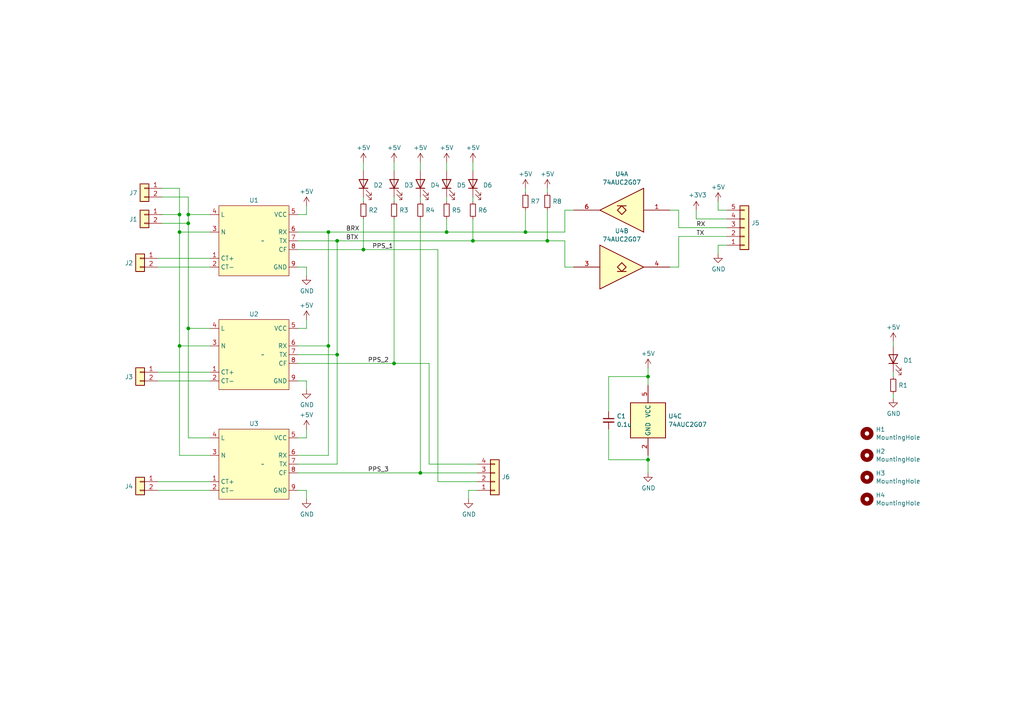
<source format=kicad_sch>
(kicad_sch (version 20230121) (generator eeschema)
  (paper "A4")
  (lib_symbols
    (symbol "74xGxx:74AUC2G07"
      (property "Reference" "U" (at -2.54 3.81 0))
      (property "Value" "74AUC2G07" (at 0 -3.81 0))
      (symbol "74AUC2G07_1_1"
        (polyline (pts (xy -2.54 -1.27) (xy 0 -1.27)) (stroke (width 0.254)) (fill (type background)))
        (polyline (pts (xy -7.62 6.35) (xy -7.62 -6.35) (xy 5.08 0) (xy -7.62 6.35)) (stroke (width 0.254)) (fill (type background)))
        (polyline (pts (xy -1.27 1.27) (xy -2.54 0) (xy -1.27 -1.27) (xy 0 0) (xy -1.27 1.27)) (stroke (width 0.254)) (fill (type background)))
        (pin input line (at -15.24 0 0) (length 7.62) (name "~") (number "1"))
        (pin open_collector line (at 12.7 0 180) (length 7.62) (name "~") (number "6"))
      )
      (symbol "74AUC2G07_2_1"
        (polyline (pts (xy -2.54 -1.27) (xy 0 -1.27)) (stroke (width 0.254)) (fill (type background)))
        (polyline (pts (xy -7.62 6.35) (xy -7.62 -6.35) (xy 5.08 0) (xy -7.62 6.35)) (stroke (width 0.254)) (fill (type background)))
        (polyline (pts (xy -1.27 1.27) (xy -2.54 0) (xy -1.27 -1.27) (xy 0 0) (xy -1.27 1.27)) (stroke (width 0.254)) (fill (type background)))
        (pin input line (at -15.24 0 0) (length 7.62) (name "~") (number "3"))
        (pin open_collector line (at 12.7 0 180) (length 7.62) (name "~") (number "4"))
      )
      (symbol "74AUC2G07_3_0"
        (rectangle (start -5.08 -5.08) (end 5.08 5.08) (stroke (width 0.254)) (fill (type background)))
      )
      (symbol "74AUC2G07_3_1"
        (pin power_in line (at 0 -10.16 90) (length 5.08) (name "GND") (number "2"))
        (pin power_in line (at 0 10.16 270) (length 5.08) (name "VCC") (number "5"))
      )
    )
    (symbol "Connector_Generic:Conn_01x02" (pin_names (offset 1.016) hide)
      (property "Reference" "J" (at 0 2.54 0))
      (property "Value" "Conn_01x02" (at 0 -5.08 0))
      (symbol "Conn_01x02_1_1"
        (rectangle (start -1.27 -2.413) (end 0 -2.667) (stroke (width 0.1524)))
        (rectangle (start -1.27 0.127) (end 0 -0.127) (stroke (width 0.1524)))
        (rectangle (start -1.27 1.27) (end 1.27 -3.81) (stroke (width 0.254)) (fill (type background)))
        (pin passive line (at -5.08 0 0) (length 3.81) (name "Pin_1") (number "1"))
        (pin passive line (at -5.08 -2.54 0) (length 3.81) (name "Pin_2") (number "2"))
      )
    )
    (symbol "Connector_Generic:Conn_01x04" (pin_names (offset 1.016) hide)
      (property "Reference" "J" (at 0 5.08 0))
      (property "Value" "Conn_01x04" (at 0 -7.62 0))
      (symbol "Conn_01x04_1_1"
        (rectangle (start -1.27 -4.953) (end 0 -5.207) (stroke (width 0.1524)))
        (rectangle (start -1.27 -2.413) (end 0 -2.667) (stroke (width 0.1524)))
        (rectangle (start -1.27 0.127) (end 0 -0.127) (stroke (width 0.1524)))
        (rectangle (start -1.27 2.667) (end 0 2.413) (stroke (width 0.1524)))
        (rectangle (start -1.27 3.81) (end 1.27 -6.35) (stroke (width 0.254)) (fill (type background)))
        (pin passive line (at -5.08 2.54 0) (length 3.81) (name "Pin_1") (number "1"))
        (pin passive line (at -5.08 0 0) (length 3.81) (name "Pin_2") (number "2"))
        (pin passive line (at -5.08 -2.54 0) (length 3.81) (name "Pin_3") (number "3"))
        (pin passive line (at -5.08 -5.08 0) (length 3.81) (name "Pin_4") (number "4"))
      )
    )
    (symbol "Connector_Generic:Conn_01x05" (pin_names (offset 1.016) hide)
      (property "Reference" "J" (at 0 7.62 0))
      (property "Value" "Conn_01x05" (at 0 -7.62 0))
      (symbol "Conn_01x05_1_1"
        (rectangle (start -1.27 -4.953) (end 0 -5.207) (stroke (width 0.1524)))
        (rectangle (start -1.27 -2.413) (end 0 -2.667) (stroke (width 0.1524)))
        (rectangle (start -1.27 0.127) (end 0 -0.127) (stroke (width 0.1524)))
        (rectangle (start -1.27 2.667) (end 0 2.413) (stroke (width 0.1524)))
        (rectangle (start -1.27 5.207) (end 0 4.953) (stroke (width 0.1524)))
        (rectangle (start -1.27 6.35) (end 1.27 -6.35) (stroke (width 0.254)) (fill (type background)))
        (pin passive line (at -5.08 5.08 0) (length 3.81) (name "Pin_1") (number "1"))
        (pin passive line (at -5.08 2.54 0) (length 3.81) (name "Pin_2") (number "2"))
        (pin passive line (at -5.08 0 0) (length 3.81) (name "Pin_3") (number "3"))
        (pin passive line (at -5.08 -2.54 0) (length 3.81) (name "Pin_4") (number "4"))
        (pin passive line (at -5.08 -5.08 0) (length 3.81) (name "Pin_5") (number "5"))
      )
    )
    (symbol "Device:C_Small" (pin_numbers hide) (pin_names (offset 0.254) hide)
      (property "Reference" "C" (at 0.254 1.778 0))
      (property "Value" "C_Small" (at 0.254 -2.032 0))
      (symbol "C_Small_0_1"
        (polyline (pts (xy -1.524 -0.508) (xy 1.524 -0.508)) (stroke (width 0.3302)))
        (polyline (pts (xy -1.524 0.508) (xy 1.524 0.508)) (stroke (width 0.3048)))
      )
      (symbol "C_Small_1_1"
        (pin passive line (at 0 2.54 270) (length 2.032) (name "~") (number "1"))
        (pin passive line (at 0 -2.54 90) (length 2.032) (name "~") (number "2"))
      )
    )
    (symbol "Device:LED" (pin_numbers hide) (pin_names (offset 1.016) hide)
      (property "Reference" "D" (at 0 2.54 0))
      (property "Value" "LED" (at 0 -2.54 0))
      (symbol "LED_0_1"
        (polyline (pts (xy -1.27 -1.27) (xy -1.27 1.27)) (stroke (width 0.254)))
        (polyline (pts (xy -1.27 0) (xy 1.27 0)))
        (polyline (pts (xy 1.27 -1.27) (xy 1.27 1.27) (xy -1.27 0) (xy 1.27 -1.27)) (stroke (width 0.254)))
        (polyline (pts (xy -3.048 -0.762) (xy -4.572 -2.286) (xy -3.81 -2.286) (xy -4.572 -2.286) (xy -4.572 -1.524)))
        (polyline (pts (xy -1.778 -0.762) (xy -3.302 -2.286) (xy -2.54 -2.286) (xy -3.302 -2.286) (xy -3.302 -1.524)))
      )
      (symbol "LED_1_1"
        (pin passive line (at -3.81 0 0) (length 2.54) (name "K") (number "1"))
        (pin passive line (at 3.81 0 180) (length 2.54) (name "A") (number "2"))
      )
    )
    (symbol "Device:R_Small" (pin_numbers hide) (pin_names (offset 0.254) hide)
      (property "Reference" "R" (at 0.762 0.508 0))
      (property "Value" "R_Small" (at 0.762 -1.016 0))
      (symbol "R_Small_0_1"
        (rectangle (start -0.762 1.778) (end 0.762 -1.778) (stroke (width 0.2032)))
      )
      (symbol "R_Small_1_1"
        (pin passive line (at 0 2.54 270) (length 0.762) (name "~") (number "1"))
        (pin passive line (at 0 -2.54 90) (length 0.762) (name "~") (number "2"))
      )
    )
    (symbol "Mechanical:MountingHole" (pin_names (offset 1.016))
      (property "Reference" "H" (at 0 5.08 0))
      (property "Value" "MountingHole" (at 0 3.175 0))
      (symbol "MountingHole_0_1"
        (circle (center 0 0) (radius 1.27) (stroke (width 1.27)))
      )
    )
    (symbol "custom:PZEM-004T-100A-D-P"
      (property "Reference" "U" (at -10.16 12.065 0))
      (symbol "PZEM-004T-100A-D-P_1_1"
        (rectangle (start -12.7 10.16) (end 7.62 -10.16) (fill (type background)))
        (pin input line (at -15.24 -5.08 0) (length 2.54) (name "CT+") (number "1"))
        (pin input line (at -15.24 -7.62 0) (length 2.54) (name "CT-") (number "2"))
        (pin input line (at -15.24 2.54 0) (length 2.54) (name "N") (number "3"))
        (pin input line (at -15.24 7.62 0) (length 2.54) (name "L") (number "4"))
        (pin power_in line (at 10.16 7.62 180) (length 2.54) (name "VCC") (number "5"))
        (pin open_collector line (at 10.16 2.54 180) (length 2.54) (name "RX") (number "6"))
        (pin open_collector line (at 10.16 0 180) (length 2.54) (name "TX") (number "7"))
        (pin open_collector line (at 10.16 -2.54 180) (length 2.54) (name "CF") (number "8"))
        (pin power_in line (at 10.16 -7.62 180) (length 2.54) (name "GND") (number "9"))
      )
    )
    (symbol "power:+3V3" (power) (pin_names (offset 0))
      (property "Value" "+3V3" (at 0 3.556 0))
      (symbol "+3V3_0_1"
        (polyline (pts (xy -0.762 1.27) (xy 0 2.54)))
        (polyline (pts (xy 0 0) (xy 0 2.54)))
        (polyline (pts (xy 0 2.54) (xy 0.762 1.27)))
      )
      (symbol "+3V3_1_1"
        (pin power_in line (at 0 0 90) (length 0) hide (name "+3V3") (number "1"))
      )
    )
    (symbol "power:+5V" (power) (pin_names (offset 0))
      (property "Value" "+5V" (at 0 3.556 0))
      (symbol "+5V_0_1"
        (polyline (pts (xy -0.762 1.27) (xy 0 2.54)))
        (polyline (pts (xy 0 0) (xy 0 2.54)))
        (polyline (pts (xy 0 2.54) (xy 0.762 1.27)))
      )
      (symbol "+5V_1_1"
        (pin power_in line (at 0 0 90) (length 0) hide (name "+5V") (number "1"))
      )
    )
    (symbol "power:GND" (power) (pin_names (offset 0))
      (property "Value" "GND" (at 0 -3.81 0))
      (symbol "GND_0_1"
        (polyline (pts (xy 0 0) (xy 0 -1.27) (xy 1.27 -1.27) (xy 0 -2.54) (xy -1.27 -1.27) (xy 0 -1.27)))
      )
      (symbol "GND_1_1"
        (pin power_in line (at 0 0 270) (length 0) hide (name "GND") (number "1"))
      )
    )
  )
  (junction (at 97.79 102.87))
  (junction (at 137.16 69.85))
  (junction (at 54.61 64.77))
  (junction (at 54.61 62.23))
  (junction (at 105.41 72.39))
  (junction (at 95.25 67.31))
  (junction (at 129.54 67.31))
  (junction (at 54.61 95.25))
  (junction (at 187.96 133.35))
  (junction (at 152.4 67.31))
  (junction (at 52.07 67.31))
  (junction (at 52.07 62.23))
  (junction (at 121.92 137.16))
  (junction (at 95.25 100.33))
  (junction (at 97.79 69.85))
  (junction (at 114.3 105.41))
  (junction (at 187.96 109.22))
  (junction (at 52.07 100.33))
  (junction (at 158.75 69.85))
  (wire (pts (xy 135.89 142.24) (xy 138.43 142.24)))
  (wire (pts (xy 152.4 60.96) (xy 152.4 67.31)))
  (wire (pts (xy 45.72 110.49) (xy 60.96 110.49)))
  (wire (pts (xy 88.9 113.03) (xy 88.9 110.49)))
  (wire (pts (xy 88.9 62.23) (xy 86.36 62.23)))
  (wire (pts (xy 208.28 58.42) (xy 208.28 60.96)))
  (wire (pts (xy 95.25 67.31) (xy 86.36 67.31)))
  (wire (pts (xy 45.72 139.7) (xy 60.96 139.7)))
  (wire (pts (xy 54.61 64.77) (xy 54.61 95.25)))
  (wire (pts (xy 97.79 102.87) (xy 97.79 69.85)))
  (wire (pts (xy 158.75 69.85) (xy 163.83 69.85)))
  (wire (pts (xy 152.4 67.31) (xy 163.83 67.31)))
  (wire (pts (xy 176.53 109.22) (xy 176.53 119.38)))
  (wire (pts (xy 194.31 77.47) (xy 196.85 77.47)))
  (wire (pts (xy 129.54 46.99) (xy 129.54 49.53)))
  (wire (pts (xy 127 72.39) (xy 127 139.7)))
  (wire (pts (xy 176.53 133.35) (xy 187.96 133.35)))
  (wire (pts (xy 97.79 134.62) (xy 97.79 102.87)))
  (wire (pts (xy 201.93 63.5) (xy 210.82 63.5)))
  (wire (pts (xy 129.54 57.15) (xy 129.54 58.42)))
  (wire (pts (xy 60.96 95.25) (xy 54.61 95.25)))
  (wire (pts (xy 88.9 59.69) (xy 88.9 62.23)))
  (wire (pts (xy 45.72 77.47) (xy 60.96 77.47)))
  (wire (pts (xy 88.9 124.46) (xy 88.9 127)))
  (wire (pts (xy 88.9 142.24) (xy 86.36 142.24)))
  (wire (pts (xy 121.92 137.16) (xy 138.43 137.16)))
  (wire (pts (xy 135.89 144.78) (xy 135.89 142.24)))
  (wire (pts (xy 52.07 54.61) (xy 52.07 62.23)))
  (wire (pts (xy 137.16 57.15) (xy 137.16 58.42)))
  (wire (pts (xy 196.85 68.58) (xy 210.82 68.58)))
  (wire (pts (xy 114.3 63.5) (xy 114.3 105.41)))
  (wire (pts (xy 114.3 57.15) (xy 114.3 58.42)))
  (wire (pts (xy 95.25 100.33) (xy 95.25 67.31)))
  (wire (pts (xy 46.99 64.77) (xy 54.61 64.77)))
  (wire (pts (xy 60.96 127) (xy 54.61 127)))
  (wire (pts (xy 259.08 99.06) (xy 259.08 100.33)))
  (wire (pts (xy 88.9 127) (xy 86.36 127)))
  (wire (pts (xy 187.96 133.35) (xy 187.96 137.16)))
  (wire (pts (xy 137.16 69.85) (xy 158.75 69.85)))
  (wire (pts (xy 208.28 73.66) (xy 208.28 71.12)))
  (wire (pts (xy 187.96 109.22) (xy 187.96 111.76)))
  (wire (pts (xy 105.41 57.15) (xy 105.41 58.42)))
  (wire (pts (xy 52.07 100.33) (xy 60.96 100.33)))
  (wire (pts (xy 54.61 62.23) (xy 54.61 64.77)))
  (wire (pts (xy 196.85 66.04) (xy 196.85 60.96)))
  (wire (pts (xy 259.08 107.95) (xy 259.08 109.22)))
  (wire (pts (xy 54.61 95.25) (xy 54.61 127)))
  (wire (pts (xy 88.9 77.47) (xy 86.36 77.47)))
  (wire (pts (xy 196.85 60.96) (xy 194.31 60.96)))
  (wire (pts (xy 88.9 80.01) (xy 88.9 77.47)))
  (wire (pts (xy 121.92 46.99) (xy 121.92 49.53)))
  (wire (pts (xy 45.72 142.24) (xy 60.96 142.24)))
  (wire (pts (xy 86.36 72.39) (xy 105.41 72.39)))
  (wire (pts (xy 114.3 46.99) (xy 114.3 49.53)))
  (wire (pts (xy 152.4 67.31) (xy 129.54 67.31)))
  (wire (pts (xy 86.36 132.08) (xy 95.25 132.08)))
  (wire (pts (xy 105.41 63.5) (xy 105.41 72.39)))
  (wire (pts (xy 187.96 132.08) (xy 187.96 133.35)))
  (wire (pts (xy 127 139.7) (xy 138.43 139.7)))
  (wire (pts (xy 88.9 110.49) (xy 86.36 110.49)))
  (wire (pts (xy 124.46 134.62) (xy 138.43 134.62)))
  (wire (pts (xy 88.9 92.71) (xy 88.9 95.25)))
  (wire (pts (xy 97.79 69.85) (xy 137.16 69.85)))
  (wire (pts (xy 163.83 69.85) (xy 163.83 77.47)))
  (wire (pts (xy 208.28 71.12) (xy 210.82 71.12)))
  (wire (pts (xy 46.99 54.61) (xy 52.07 54.61)))
  (wire (pts (xy 54.61 57.15) (xy 54.61 62.23)))
  (wire (pts (xy 105.41 46.99) (xy 105.41 49.53)))
  (wire (pts (xy 208.28 60.96) (xy 210.82 60.96)))
  (wire (pts (xy 52.07 67.31) (xy 60.96 67.31)))
  (wire (pts (xy 137.16 63.5) (xy 137.16 69.85)))
  (wire (pts (xy 158.75 54.61) (xy 158.75 55.88)))
  (wire (pts (xy 88.9 95.25) (xy 86.36 95.25)))
  (wire (pts (xy 152.4 54.61) (xy 152.4 55.88)))
  (wire (pts (xy 97.79 69.85) (xy 86.36 69.85)))
  (wire (pts (xy 127 72.39) (xy 105.41 72.39)))
  (wire (pts (xy 46.99 62.23) (xy 52.07 62.23)))
  (wire (pts (xy 166.37 60.96) (xy 163.83 60.96)))
  (wire (pts (xy 86.36 100.33) (xy 95.25 100.33)))
  (wire (pts (xy 52.07 132.08) (xy 60.96 132.08)))
  (wire (pts (xy 163.83 60.96) (xy 163.83 67.31)))
  (wire (pts (xy 196.85 77.47) (xy 196.85 68.58)))
  (wire (pts (xy 201.93 60.96) (xy 201.93 63.5)))
  (wire (pts (xy 86.36 134.62) (xy 97.79 134.62)))
  (wire (pts (xy 52.07 62.23) (xy 52.07 67.31)))
  (wire (pts (xy 95.25 132.08) (xy 95.25 100.33)))
  (wire (pts (xy 114.3 105.41) (xy 86.36 105.41)))
  (wire (pts (xy 163.83 77.47) (xy 166.37 77.47)))
  (wire (pts (xy 121.92 137.16) (xy 86.36 137.16)))
  (wire (pts (xy 129.54 63.5) (xy 129.54 67.31)))
  (wire (pts (xy 137.16 46.99) (xy 137.16 49.53)))
  (wire (pts (xy 187.96 106.68) (xy 187.96 109.22)))
  (wire (pts (xy 187.96 109.22) (xy 176.53 109.22)))
  (wire (pts (xy 210.82 66.04) (xy 196.85 66.04)))
  (wire (pts (xy 124.46 105.41) (xy 114.3 105.41)))
  (wire (pts (xy 121.92 57.15) (xy 121.92 58.42)))
  (wire (pts (xy 88.9 144.78) (xy 88.9 142.24)))
  (wire (pts (xy 52.07 100.33) (xy 52.07 132.08)))
  (wire (pts (xy 129.54 67.31) (xy 95.25 67.31)))
  (wire (pts (xy 176.53 124.46) (xy 176.53 133.35)))
  (wire (pts (xy 45.72 74.93) (xy 60.96 74.93)))
  (wire (pts (xy 52.07 67.31) (xy 52.07 100.33)))
  (wire (pts (xy 86.36 102.87) (xy 97.79 102.87)))
  (wire (pts (xy 45.72 107.95) (xy 60.96 107.95)))
  (wire (pts (xy 124.46 105.41) (xy 124.46 134.62)))
  (wire (pts (xy 121.92 63.5) (xy 121.92 137.16)))
  (wire (pts (xy 158.75 60.96) (xy 158.75 69.85)))
  (wire (pts (xy 46.99 57.15) (xy 54.61 57.15)))
  (wire (pts (xy 54.61 62.23) (xy 60.96 62.23)))
  (wire (pts (xy 259.08 114.3) (xy 259.08 115.57)))
  (label "TX" (at 201.93 68.58 0))
  (label "PPS_3" (at 106.68 137.16 0))
  (label "PPS_2" (at 106.68 105.41 0))
  (label "BTX" (at 100.33 69.85 0))
  (label "PPS_1" (at 107.95 72.39 0))
  (label "BRX" (at 100.33 67.31 0))
  (label "RX" (at 201.93 66.04 0))
  (symbol (lib_id "Mechanical:MountingHole") (at 251.46 125.73 0) (unit 1)
    (property "Reference" "H1" (at 254 124.5616 0) (effects (justify left)))
    (property "Value" "MountingHole" (at 254 126.873 0) (effects (justify left)))
    (property "Footprint" "MountingHole:MountingHole_3.2mm_M3_Pad_Via" (effects hide))
  )
  (symbol (lib_id "Mechanical:MountingHole") (at 251.46 132.08 0) (unit 1)
    (property "Reference" "H2" (at 254 130.9116 0) (effects (justify left)))
    (property "Value" "MountingHole" (at 254 133.223 0) (effects (justify left)))
    (property "Footprint" "MountingHole:MountingHole_3.2mm_M3_Pad_Via" (effects hide))
  )
  (symbol (lib_id "Mechanical:MountingHole") (at 251.46 138.43 0) (unit 1)
    (property "Reference" "H3" (at 254 137.2616 0) (effects (justify left)))
    (property "Value" "MountingHole" (at 254 139.573 0) (effects (justify left)))
    (property "Footprint" "MountingHole:MountingHole_3.2mm_M3_Pad_Via" (effects hide))
  )
  (symbol (lib_id "Mechanical:MountingHole") (at 251.46 144.78 0) (unit 1)
    (property "Reference" "H4" (at 254 143.6116 0) (effects (justify left)))
    (property "Value" "MountingHole" (at 254 145.923 0) (effects (justify left)))
    (property "Footprint" "MountingHole:MountingHole_3.2mm_M3_Pad_Via" (effects hide))
  )
  (symbol (lib_id "Device:C_Small") (at 176.53 121.92 0) (unit 1)
    (property "Reference" "C1" (at 178.8541 120.7142 0) (effects (justify left)))
    (property "Value" "0.1u" (at 178.8541 123.1384 0) (effects (justify left)))
    (property "Footprint" "Capacitor_SMD:C_0603_1608Metric" (effects hide))
  )
  (symbol (lib_id "Device:R_Small") (at 259.08 111.76 0) (unit 1)
    (property "Reference" "R1" (at 260.5786 111.76 0) (effects (justify left)))
    (property "Value" "R_Small" (effects hide))
    (property "Footprint" "Resistor_SMD:R_0603_1608Metric" (effects hide))
  )
  (symbol (lib_id "power:+5V") (at 259.08 99.06 0) (unit 1)
    (property "Reference" "#PWR02" (effects hide))
    (property "Value" "+5V" (at 259.08 94.9269 0))
  )
  (symbol (lib_id "power:+5V") (at 88.9 59.69 0) (unit 1)
    (property "Reference" "#PWR03" (effects hide))
    (property "Value" "+5V" (at 88.9 55.5569 0))
  )
  (symbol (lib_id "power:GND") (at 187.96 137.16 0) (unit 1)
    (property "Reference" "#PWR021" (effects hide))
    (property "Value" "GND" (at 188.087 141.5542 0))
  )
  (symbol (lib_id "custom:PZEM-004T-100A-D-P") (at 76.2 134.62 0) (unit 1)
    (property "Reference" "U3" (at 73.66 122.8669 0))
    (property "Value" "~" (at 76.2 134.62 0))
    (property "Footprint" "custom:PZEM-004T-100A-D-P" (effects hide))
  )
  (symbol (lib_id "74xGxx:74AUC2G07") (at 181.61 77.47 0) (unit 2)
    (property "Reference" "U4" (at 180.34 66.9757 0))
    (property "Value" "74AUC2G07" (at 180.34 69.3999 0))
    (property "Footprint" "Package_TO_SOT_SMD:SOT-23-6_Handsoldering" (effects hide))
    (property "Datasheet" "http://www.ti.com/lit/sg/scyt129e/scyt129e.pdf" (effects hide))
  )
  (symbol (lib_id "Device:LED") (at 105.41 53.34 90) (unit 1)
    (property "Reference" "D2" (at 108.331 53.7154 90) (effects (justify right)))
    (property "Value" "LED" (effects hide))
    (property "Footprint" "LED_SMD:LED_0603_1608Metric" (effects hide))
  )
  (symbol (lib_id "power:+5V") (at 88.9 124.46 0) (unit 1)
    (property "Reference" "#PWR07" (effects hide))
    (property "Value" "+5V" (at 88.9 120.3269 0))
  )
  (symbol (lib_id "custom:PZEM-004T-100A-D-P") (at 76.2 69.85 0) (unit 1)
    (property "Reference" "U1" (at 73.66 58.0969 0))
    (property "Value" "~" (at 76.2 69.85 0))
    (property "Footprint" "custom:PZEM-004T-100A-D-P" (effects hide))
  )
  (symbol (lib_id "Connector_Generic:Conn_01x02") (at 41.91 54.61 0) (mirror y) (unit 1)
    (property "Reference" "J7" (at 39.878 55.9816 0) (effects (justify left)))
    (property "Value" "Conn_01x02" (effects hide))
    (property "Footprint" "Connector_Phoenix_MC_HighVoltage:PhoenixContact_MC_1,5_2-G-5.08_1x02_P5.08mm_Horizontal" (effects hide))
  )
  (symbol (lib_id "power:GND") (at 259.08 115.57 0) (unit 1)
    (property "Reference" "#PWR013" (effects hide))
    (property "Value" "GND" (at 259.207 119.9642 0))
  )
  (symbol (lib_id "power:+5V") (at 158.75 54.61 0) (unit 1)
    (property "Reference" "#PWR014" (effects hide))
    (property "Value" "+5V" (at 158.75 50.4769 0))
  )
  (symbol (lib_id "Connector_Generic:Conn_01x02") (at 41.91 62.23 0) (mirror y) (unit 1)
    (property "Reference" "J1" (at 39.878 63.6016 0) (effects (justify left)))
    (property "Value" "Conn_01x02" (effects hide))
    (property "Footprint" "custom:WE 691411410002 - 2 Pin Wire-To-Board Terminal Block" (effects hide))
  )
  (symbol (lib_id "Device:R_Small") (at 114.3 60.96 0) (unit 1)
    (property "Reference" "R3" (at 115.7986 60.96 0) (effects (justify left)))
    (property "Value" "R_Small" (effects hide))
    (property "Footprint" "Resistor_SMD:R_0603_1608Metric" (effects hide))
  )
  (symbol (lib_id "Device:LED") (at 114.3 53.34 90) (unit 1)
    (property "Reference" "D3" (at 117.221 53.7154 90) (effects (justify right)))
    (property "Value" "LED" (effects hide))
    (property "Footprint" "LED_SMD:LED_0603_1608Metric" (effects hide))
  )
  (symbol (lib_id "power:GND") (at 208.28 73.66 0) (unit 1)
    (property "Reference" "#PWR018" (effects hide))
    (property "Value" "GND" (at 208.407 78.0542 0))
  )
  (symbol (lib_id "power:GND") (at 88.9 80.01 0) (unit 1)
    (property "Reference" "#PWR01" (effects hide))
    (property "Value" "GND" (at 89.027 84.4042 0))
  )
  (symbol (lib_id "power:GND") (at 88.9 113.03 0) (unit 1)
    (property "Reference" "#PWR05" (effects hide))
    (property "Value" "GND" (at 89.027 117.4242 0))
  )
  (symbol (lib_id "74xGxx:74AUC2G07") (at 187.96 121.92 0) (unit 3)
    (property "Reference" "U4" (at 193.802 120.7079 0) (effects (justify left)))
    (property "Value" "74AUC2G07" (at 193.802 123.1321 0) (effects (justify left)))
    (property "Footprint" "Package_TO_SOT_SMD:SOT-23-6_Handsoldering" (effects hide))
    (property "Datasheet" "http://www.ti.com/lit/sg/scyt129e/scyt129e.pdf" (effects hide))
  )
  (symbol (lib_id "power:+5V") (at 187.96 106.68 0) (unit 1)
    (property "Reference" "#PWR020" (effects hide))
    (property "Value" "+5V" (at 187.96 102.5469 0))
  )
  (symbol (lib_id "power:+5V") (at 88.9 92.71 0) (unit 1)
    (property "Reference" "#PWR04" (effects hide))
    (property "Value" "+5V" (at 88.9 88.5769 0))
  )
  (symbol (lib_id "custom:PZEM-004T-100A-D-P") (at 76.2 102.87 0) (unit 1)
    (property "Reference" "U2" (at 73.66 91.1169 0))
    (property "Value" "~" (at 76.2 102.87 0))
    (property "Footprint" "custom:PZEM-004T-100A-D-P" (effects hide))
  )
  (symbol (lib_id "power:+5V") (at 129.54 46.99 0) (unit 1)
    (property "Reference" "#PWR06" (effects hide))
    (property "Value" "+5V" (at 129.54 42.8569 0))
  )
  (symbol (lib_id "Connector_Generic:Conn_01x02") (at 40.64 139.7 0) (mirror y) (unit 1)
    (property "Reference" "J4" (at 38.608 141.0716 0) (effects (justify left)))
    (property "Value" "Conn_01x04" (effects hide))
    (property "Footprint" "Connector_JST:JST_XH_B2B-XH-A_1x02_P2.50mm_Vertical" (effects hide))
  )
  (symbol (lib_id "power:+5V") (at 208.28 58.42 0) (unit 1)
    (property "Reference" "#PWR016" (effects hide))
    (property "Value" "+5V" (at 208.28 54.2869 0))
  )
  (symbol (lib_id "Device:LED") (at 137.16 53.34 90) (unit 1)
    (property "Reference" "D6" (at 140.081 53.7154 90) (effects (justify right)))
    (property "Value" "LED" (effects hide))
    (property "Footprint" "LED_SMD:LED_0603_1608Metric" (effects hide))
  )
  (symbol (lib_id "power:+5V") (at 121.92 46.99 0) (unit 1)
    (property "Reference" "#PWR011" (effects hide))
    (property "Value" "+5V" (at 121.92 42.8569 0))
  )
  (symbol (lib_id "power:GND") (at 88.9 144.78 0) (unit 1)
    (property "Reference" "#PWR08" (effects hide))
    (property "Value" "GND" (at 89.027 149.1742 0))
  )
  (symbol (lib_id "Device:R_Small") (at 129.54 60.96 0) (unit 1)
    (property "Reference" "R5" (at 131.0386 60.96 0) (effects (justify left)))
    (property "Value" "R_Small" (effects hide))
    (property "Footprint" "Resistor_SMD:R_0603_1608Metric" (effects hide))
  )
  (symbol (lib_id "Device:R_Small") (at 158.75 58.42 0) (unit 1)
    (property "Reference" "R8" (at 160.2486 58.42 0) (effects (justify left)))
    (property "Value" "R_Small" (effects hide))
    (property "Footprint" "Resistor_SMD:R_0603_1608Metric" (effects hide))
  )
  (symbol (lib_id "Device:R_Small") (at 152.4 58.42 0) (unit 1)
    (property "Reference" "R7" (at 153.8986 58.42 0) (effects (justify left)))
    (property "Value" "R_Small" (effects hide))
    (property "Footprint" "Resistor_SMD:R_0603_1608Metric" (effects hide))
  )
  (symbol (lib_id "power:+3V3") (at 201.93 60.96 0) (unit 1)
    (property "Reference" "#PWR017" (effects hide))
    (property "Value" "+3V3" (at 202.311 56.5658 0))
  )
  (symbol (lib_id "Device:LED") (at 129.54 53.34 90) (unit 1)
    (property "Reference" "D5" (at 132.461 53.7154 90) (effects (justify right)))
    (property "Value" "LED" (effects hide))
    (property "Footprint" "LED_SMD:LED_0603_1608Metric" (effects hide))
  )
  (symbol (lib_id "Connector_Generic:Conn_01x02") (at 40.64 74.93 0) (mirror y) (unit 1)
    (property "Reference" "J2" (at 38.608 76.3016 0) (effects (justify left)))
    (property "Value" "Conn_01x04" (effects hide))
    (property "Footprint" "Connector_JST:JST_XH_B2B-XH-A_1x02_P2.50mm_Vertical" (effects hide))
  )
  (symbol (lib_id "Connector_Generic:Conn_01x05") (at 215.9 66.04 0) (mirror x) (unit 1)
    (property "Reference" "J5" (at 217.932 64.6684 0) (effects (justify left)))
    (property "Value" "Conn_01x05" (effects hide))
    (property "Footprint" "Connector_JST:JST_XH_B5B-XH-A_1x05_P2.50mm_Vertical" (effects hide))
  )
  (symbol (lib_id "74xGxx:74AUC2G07") (at 179.07 60.96 180) (unit 1)
    (property "Reference" "U4" (at 180.34 50.4657 0))
    (property "Value" "74AUC2G07" (at 180.34 52.8899 0))
    (property "Footprint" "Package_TO_SOT_SMD:SOT-23-6_Handsoldering" (effects hide))
    (property "Datasheet" "http://www.ti.com/lit/sg/scyt129e/scyt129e.pdf" (effects hide))
  )
  (symbol (lib_id "Connector_Generic:Conn_01x04") (at 143.51 139.7 0) (mirror x) (unit 1)
    (property "Reference" "J6" (at 145.542 138.3284 0) (effects (justify left)))
    (property "Value" "Conn_01x05" (effects hide))
    (property "Footprint" "Connector_JST:JST_XH_B4B-XH-A_1x04_P2.50mm_Vertical" (effects hide))
  )
  (symbol (lib_id "power:GND") (at 135.89 144.78 0) (unit 1)
    (property "Reference" "#PWR019" (effects hide))
    (property "Value" "GND" (at 136.017 149.1742 0))
  )
  (symbol (lib_id "Device:LED") (at 259.08 104.14 90) (unit 1)
    (property "Reference" "D1" (at 262.001 104.5154 90) (effects (justify right)))
    (property "Value" "LED" (effects hide))
    (property "Footprint" "LED_SMD:LED_0603_1608Metric" (effects hide))
  )
  (symbol (lib_id "Device:R_Small") (at 105.41 60.96 0) (unit 1)
    (property "Reference" "R2" (at 106.9086 60.96 0) (effects (justify left)))
    (property "Value" "R_Small" (effects hide))
    (property "Footprint" "Resistor_SMD:R_0603_1608Metric" (effects hide))
  )
  (symbol (lib_id "power:+5V") (at 152.4 54.61 0) (unit 1)
    (property "Reference" "#PWR012" (effects hide))
    (property "Value" "+5V" (at 152.4 50.4769 0))
  )
  (symbol (lib_id "power:+5V") (at 105.41 46.99 0) (unit 1)
    (property "Reference" "#PWR09" (effects hide))
    (property "Value" "+5V" (at 105.41 42.8569 0))
  )
  (symbol (lib_id "Device:LED") (at 121.92 53.34 90) (unit 1)
    (property "Reference" "D4" (at 124.841 53.7154 90) (effects (justify right)))
    (property "Value" "LED" (effects hide))
    (property "Footprint" "LED_SMD:LED_0603_1608Metric" (effects hide))
  )
  (symbol (lib_id "power:+5V") (at 114.3 46.99 0) (unit 1)
    (property "Reference" "#PWR010" (effects hide))
    (property "Value" "+5V" (at 114.3 42.8569 0))
  )
  (symbol (lib_id "Device:R_Small") (at 137.16 60.96 0) (unit 1)
    (property "Reference" "R6" (at 138.6586 60.96 0) (effects (justify left)))
    (property "Value" "R_Small" (effects hide))
    (property "Footprint" "Resistor_SMD:R_0603_1608Metric" (effects hide))
  )
  (symbol (lib_id "Device:R_Small") (at 121.92 60.96 0) (unit 1)
    (property "Reference" "R4" (at 123.4186 60.96 0) (effects (justify left)))
    (property "Value" "R_Small" (effects hide))
    (property "Footprint" "Resistor_SMD:R_0603_1608Metric" (effects hide))
  )
  (symbol (lib_id "power:+5V") (at 137.16 46.99 0) (unit 1)
    (property "Reference" "#PWR015" (effects hide))
    (property "Value" "+5V" (at 137.16 42.8569 0))
  )
  (symbol (lib_id "Connector_Generic:Conn_01x02") (at 40.64 107.95 0) (mirror y) (unit 1)
    (property "Reference" "J3" (at 38.608 109.3216 0) (effects (justify left)))
    (property "Value" "Conn_01x04" (effects hide))
    (property "Footprint" "Connector_JST:JST_XH_B2B-XH-A_1x02_P2.50mm_Vertical" (effects hide))
  )
)
</source>
